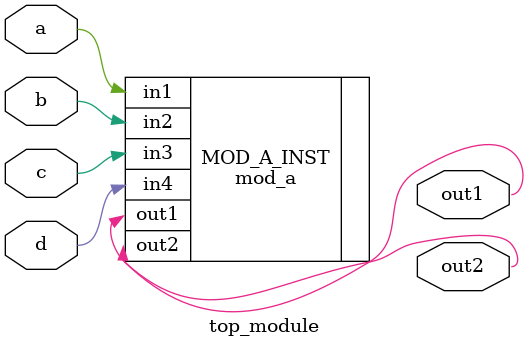
<source format=v>
module top_module ( 
    input a, 
    input b, 
    input c,
    input d,
    output out1,
    output out2
);
    
    mod_a MOD_A_INST(
        .in1(a),
        .in2(b),
        .in3(c),
        .in4(d),
        .out1(out1),
        .out2(out2)
    );

endmodule

</source>
